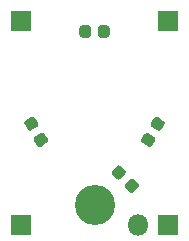
<source format=gbr>
%TF.GenerationSoftware,KiCad,Pcbnew,(5.1.6)-1*%
%TF.CreationDate,2020-07-27T22:26:39+01:00*%
%TF.ProjectId,enc-led,656e632d-6c65-4642-9e6b-696361645f70,rev?*%
%TF.SameCoordinates,Original*%
%TF.FileFunction,Soldermask,Top*%
%TF.FilePolarity,Negative*%
%FSLAX46Y46*%
G04 Gerber Fmt 4.6, Leading zero omitted, Abs format (unit mm)*
G04 Created by KiCad (PCBNEW (5.1.6)-1) date 2020-07-27 22:26:39*
%MOMM*%
%LPD*%
G01*
G04 APERTURE LIST*
%ADD10R,1.800000X1.800000*%
%ADD11O,1.800000X1.800000*%
%ADD12C,3.400000*%
G04 APERTURE END LIST*
%TO.C,R1*%
G36*
G01*
X30613259Y-35561006D02*
X31011007Y-35163259D01*
G75*
G02*
X31355721Y-35163259I172357J-172357D01*
G01*
X31700435Y-35507973D01*
G75*
G02*
X31700435Y-35852687I-172357J-172357D01*
G01*
X31302687Y-36250435D01*
G75*
G02*
X30957973Y-36250435I-172357J172357D01*
G01*
X30613259Y-35905721D01*
G75*
G02*
X30613259Y-35561007I172357J172357D01*
G01*
G37*
G36*
G01*
X29499565Y-34447312D02*
X29897313Y-34049565D01*
G75*
G02*
X30242027Y-34049565I172357J-172357D01*
G01*
X30586741Y-34394279D01*
G75*
G02*
X30586741Y-34738993I-172357J-172357D01*
G01*
X30188993Y-35136741D01*
G75*
G02*
X29844279Y-35136741I-172357J172357D01*
G01*
X29499565Y-34792027D01*
G75*
G02*
X29499565Y-34447313I172357J172357D01*
G01*
G37*
%TD*%
D10*
%TO.C,J2*%
X21800000Y-39000000D03*
%TD*%
D11*
%TO.C,J1*%
X31660000Y-39000000D03*
D10*
X34200000Y-39000000D03*
%TD*%
%TO.C,J3*%
X34200000Y-21800000D03*
%TD*%
%TO.C,J4*%
X21800000Y-21800000D03*
%TD*%
D12*
%TO.C,REF\u002A\u002A*%
X28000000Y-37300000D03*
%TD*%
%TO.C,D3*%
G36*
G01*
X23143570Y-30749567D02*
X22656430Y-31030818D01*
G75*
G02*
X22323461Y-30941599I-121875J211094D01*
G01*
X22079711Y-30519411D01*
G75*
G02*
X22168930Y-30186442I211094J121875D01*
G01*
X22656070Y-29905192D01*
G75*
G02*
X22989039Y-29994411I121875J-211094D01*
G01*
X23232789Y-30416599D01*
G75*
G02*
X23143570Y-30749568I-211094J-121875D01*
G01*
G37*
G36*
G01*
X23931070Y-32113557D02*
X23443930Y-32394808D01*
G75*
G02*
X23110961Y-32305589I-121875J211094D01*
G01*
X22867211Y-31883401D01*
G75*
G02*
X22956430Y-31550432I211094J121875D01*
G01*
X23443570Y-31269182D01*
G75*
G02*
X23776539Y-31358401I121875J-211094D01*
G01*
X24020289Y-31780589D01*
G75*
G02*
X23931070Y-32113558I-211094J-121875D01*
G01*
G37*
%TD*%
%TO.C,D2*%
G36*
G01*
X28300000Y-22931250D02*
X28300000Y-22368750D01*
G75*
G02*
X28543750Y-22125000I243750J0D01*
G01*
X29031250Y-22125000D01*
G75*
G02*
X29275000Y-22368750I0J-243750D01*
G01*
X29275000Y-22931250D01*
G75*
G02*
X29031250Y-23175000I-243750J0D01*
G01*
X28543750Y-23175000D01*
G75*
G02*
X28300000Y-22931250I0J243750D01*
G01*
G37*
G36*
G01*
X26725000Y-22931250D02*
X26725000Y-22368750D01*
G75*
G02*
X26968750Y-22125000I243750J0D01*
G01*
X27456250Y-22125000D01*
G75*
G02*
X27700000Y-22368750I0J-243750D01*
G01*
X27700000Y-22931250D01*
G75*
G02*
X27456250Y-23175000I-243750J0D01*
G01*
X26968750Y-23175000D01*
G75*
G02*
X26725000Y-22931250I0J243750D01*
G01*
G37*
%TD*%
%TO.C,D1*%
G36*
G01*
X33343930Y-29905193D02*
X33831070Y-30186442D01*
G75*
G02*
X33920289Y-30519411I-121875J-211094D01*
G01*
X33676539Y-30941599D01*
G75*
G02*
X33343570Y-31030818I-211094J121875D01*
G01*
X32856430Y-30749568D01*
G75*
G02*
X32767211Y-30416599I121875J211094D01*
G01*
X33010961Y-29994411D01*
G75*
G02*
X33343930Y-29905192I211094J-121875D01*
G01*
G37*
G36*
G01*
X32556430Y-31269183D02*
X33043570Y-31550432D01*
G75*
G02*
X33132789Y-31883401I-121875J-211094D01*
G01*
X32889039Y-32305589D01*
G75*
G02*
X32556070Y-32394808I-211094J121875D01*
G01*
X32068930Y-32113558D01*
G75*
G02*
X31979711Y-31780589I121875J211094D01*
G01*
X32223461Y-31358401D01*
G75*
G02*
X32556430Y-31269182I211094J-121875D01*
G01*
G37*
%TD*%
M02*

</source>
